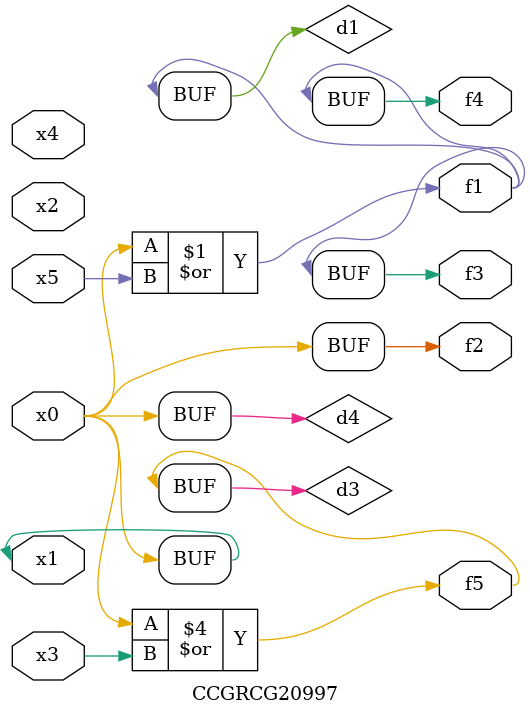
<source format=v>
module CCGRCG20997(
	input x0, x1, x2, x3, x4, x5,
	output f1, f2, f3, f4, f5
);

	wire d1, d2, d3, d4;

	or (d1, x0, x5);
	xnor (d2, x1, x4);
	or (d3, x0, x3);
	buf (d4, x0, x1);
	assign f1 = d1;
	assign f2 = d4;
	assign f3 = d1;
	assign f4 = d1;
	assign f5 = d3;
endmodule

</source>
